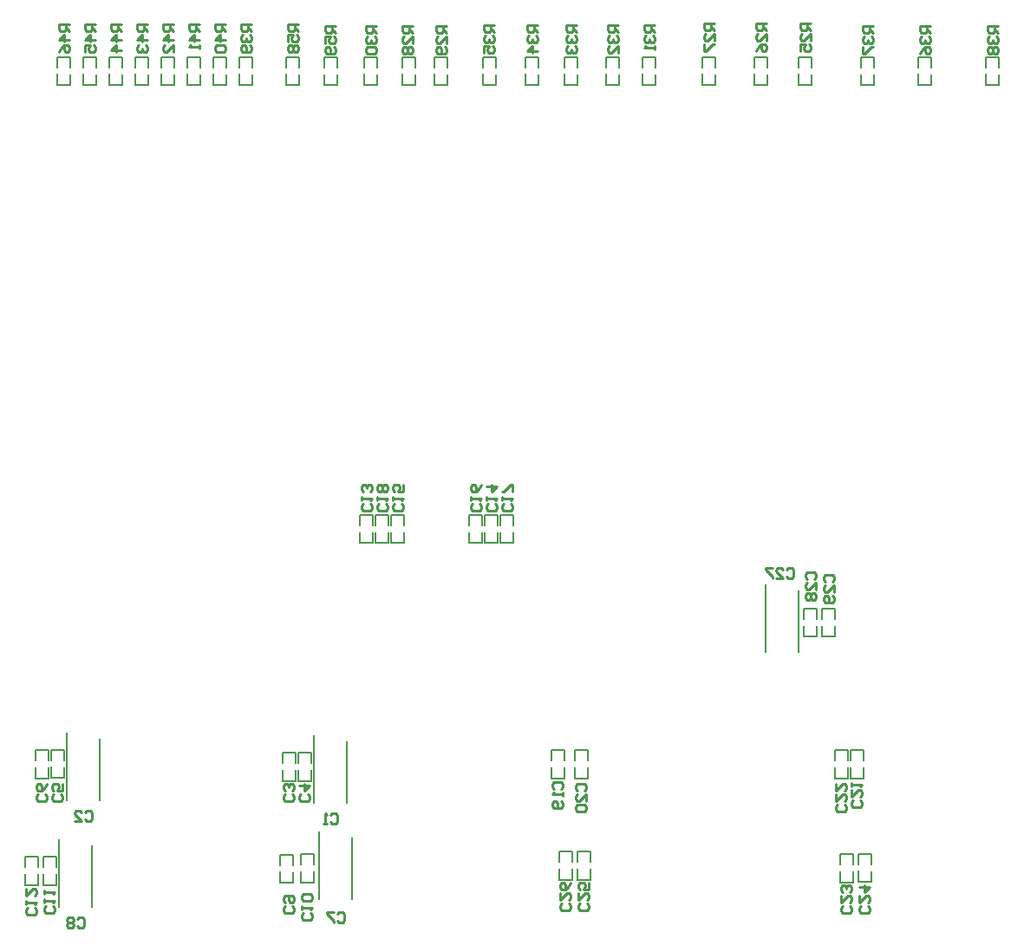
<source format=gbo>
G04*
G04 #@! TF.GenerationSoftware,Altium Limited,Altium Designer,22.3.1 (43)*
G04*
G04 Layer_Color=32896*
%FSLAX25Y25*%
%MOIN*%
G70*
G04*
G04 #@! TF.SameCoordinates,D44AF7EC-015F-415D-BC9C-BA0083E1B9C0*
G04*
G04*
G04 #@! TF.FilePolarity,Positive*
G04*
G01*
G75*
%ADD11C,0.01000*%
%ADD12C,0.00787*%
%ADD13C,0.00500*%
D11*
X179499Y357332D02*
X175501D01*
Y355332D01*
X176167Y354666D01*
X177500D01*
X178166Y355332D01*
Y357332D01*
Y355999D02*
X179499Y354666D01*
X175501Y350667D02*
Y353333D01*
X177500D01*
X176833Y352000D01*
Y351334D01*
X177500Y350667D01*
X178833D01*
X179499Y351334D01*
Y352666D01*
X178833Y353333D01*
Y349334D02*
X179499Y348668D01*
Y347335D01*
X178833Y346668D01*
X176167D01*
X175501Y347335D01*
Y348668D01*
X176167Y349334D01*
X176833D01*
X177500Y348668D01*
Y346668D01*
X164999Y357832D02*
X161001D01*
Y355832D01*
X161667Y355166D01*
X163000D01*
X163666Y355832D01*
Y357832D01*
Y356499D02*
X164999Y355166D01*
X161001Y351167D02*
Y353833D01*
X163000D01*
X162334Y352500D01*
Y351834D01*
X163000Y351167D01*
X164333D01*
X164999Y351834D01*
Y353166D01*
X164333Y353833D01*
X161667Y349834D02*
X161001Y349168D01*
Y347835D01*
X161667Y347168D01*
X162334D01*
X163000Y347835D01*
X163666Y347168D01*
X164333D01*
X164999Y347835D01*
Y349168D01*
X164333Y349834D01*
X163666D01*
X163000Y349168D01*
X162334Y349834D01*
X161667D01*
X163000Y349168D02*
Y347835D01*
X76999Y357832D02*
X73001D01*
Y355832D01*
X73667Y355166D01*
X75000D01*
X75666Y355832D01*
Y357832D01*
Y356499D02*
X76999Y355166D01*
Y351834D02*
X73001D01*
X75000Y353833D01*
Y351167D01*
X73001Y347168D02*
X73667Y348501D01*
X75000Y349834D01*
X76333D01*
X76999Y349168D01*
Y347835D01*
X76333Y347168D01*
X75666D01*
X75000Y347835D01*
Y349834D01*
X86999Y357832D02*
X83001D01*
Y355832D01*
X83667Y355166D01*
X85000D01*
X85666Y355832D01*
Y357832D01*
Y356499D02*
X86999Y355166D01*
Y351834D02*
X83001D01*
X85000Y353833D01*
Y351167D01*
X83001Y347168D02*
Y349834D01*
X85000D01*
X84333Y348501D01*
Y347835D01*
X85000Y347168D01*
X86333D01*
X86999Y347835D01*
Y349168D01*
X86333Y349834D01*
X96999Y357832D02*
X93001D01*
Y355832D01*
X93667Y355166D01*
X95000D01*
X95666Y355832D01*
Y357832D01*
Y356499D02*
X96999Y355166D01*
Y351834D02*
X93001D01*
X95000Y353833D01*
Y351167D01*
X96999Y347835D02*
X93001D01*
X95000Y349834D01*
Y347168D01*
X106999Y357832D02*
X103001D01*
Y355832D01*
X103667Y355166D01*
X105000D01*
X105666Y355832D01*
Y357832D01*
Y356499D02*
X106999Y355166D01*
Y351834D02*
X103001D01*
X105000Y353833D01*
Y351167D01*
X103667Y349834D02*
X103001Y349168D01*
Y347835D01*
X103667Y347168D01*
X104333D01*
X105000Y347835D01*
Y348501D01*
Y347835D01*
X105666Y347168D01*
X106333D01*
X106999Y347835D01*
Y349168D01*
X106333Y349834D01*
X116999Y357832D02*
X113001D01*
Y355832D01*
X113667Y355166D01*
X115000D01*
X115666Y355832D01*
Y357832D01*
Y356499D02*
X116999Y355166D01*
Y351834D02*
X113001D01*
X115000Y353833D01*
Y351167D01*
X116999Y347168D02*
Y349834D01*
X114333Y347168D01*
X113667D01*
X113001Y347835D01*
Y349168D01*
X113667Y349834D01*
X126999Y357832D02*
X123001D01*
Y355832D01*
X123667Y355166D01*
X125000D01*
X125666Y355832D01*
Y357832D01*
Y356499D02*
X126999Y355166D01*
Y351834D02*
X123001D01*
X125000Y353833D01*
Y351167D01*
X126999Y349834D02*
Y348501D01*
Y349168D01*
X123001D01*
X123667Y349834D01*
X136999Y357832D02*
X133001D01*
Y355832D01*
X133667Y355166D01*
X135000D01*
X135666Y355832D01*
Y357832D01*
Y356499D02*
X136999Y355166D01*
Y351834D02*
X133001D01*
X135000Y353833D01*
Y351167D01*
X133667Y349834D02*
X133001Y349168D01*
Y347835D01*
X133667Y347168D01*
X136333D01*
X136999Y347835D01*
Y349168D01*
X136333Y349834D01*
X133667D01*
X146999Y357832D02*
X143001D01*
Y355832D01*
X143667Y355166D01*
X145000D01*
X145666Y355832D01*
Y357832D01*
Y356499D02*
X146999Y355166D01*
X143667Y353833D02*
X143001Y353167D01*
Y351834D01*
X143667Y351167D01*
X144334D01*
X145000Y351834D01*
Y352500D01*
Y351834D01*
X145666Y351167D01*
X146333D01*
X146999Y351834D01*
Y353167D01*
X146333Y353833D01*
Y349834D02*
X146999Y349168D01*
Y347835D01*
X146333Y347168D01*
X143667D01*
X143001Y347835D01*
Y349168D01*
X143667Y349834D01*
X144334D01*
X145000Y349168D01*
Y347168D01*
X433999Y357332D02*
X430001D01*
Y355332D01*
X430667Y354666D01*
X432000D01*
X432666Y355332D01*
Y357332D01*
Y355999D02*
X433999Y354666D01*
X430667Y353333D02*
X430001Y352666D01*
Y351334D01*
X430667Y350667D01*
X431333D01*
X432000Y351334D01*
Y352000D01*
Y351334D01*
X432666Y350667D01*
X433333D01*
X433999Y351334D01*
Y352666D01*
X433333Y353333D01*
X430667Y349334D02*
X430001Y348668D01*
Y347335D01*
X430667Y346668D01*
X431333D01*
X432000Y347335D01*
X432666Y346668D01*
X433333D01*
X433999Y347335D01*
Y348668D01*
X433333Y349334D01*
X432666D01*
X432000Y348668D01*
X431333Y349334D01*
X430667D01*
X432000Y348668D02*
Y347335D01*
X385999Y357332D02*
X382001D01*
Y355332D01*
X382667Y354666D01*
X384000D01*
X384666Y355332D01*
Y357332D01*
Y355999D02*
X385999Y354666D01*
X382667Y353333D02*
X382001Y352666D01*
Y351334D01*
X382667Y350667D01*
X383334D01*
X384000Y351334D01*
Y352000D01*
Y351334D01*
X384666Y350667D01*
X385333D01*
X385999Y351334D01*
Y352666D01*
X385333Y353333D01*
X382001Y349334D02*
Y346668D01*
X382667D01*
X385333Y349334D01*
X385999D01*
X407999Y357332D02*
X404001D01*
Y355332D01*
X404667Y354666D01*
X406000D01*
X406666Y355332D01*
Y357332D01*
Y355999D02*
X407999Y354666D01*
X404667Y353333D02*
X404001Y352666D01*
Y351334D01*
X404667Y350667D01*
X405334D01*
X406000Y351334D01*
Y352000D01*
Y351334D01*
X406666Y350667D01*
X407333D01*
X407999Y351334D01*
Y352666D01*
X407333Y353333D01*
X404001Y346668D02*
X404667Y348001D01*
X406000Y349334D01*
X407333D01*
X407999Y348668D01*
Y347335D01*
X407333Y346668D01*
X406666D01*
X406000Y347335D01*
Y349334D01*
X240499Y357516D02*
X236501D01*
Y355516D01*
X237167Y354850D01*
X238500D01*
X239166Y355516D01*
Y357516D01*
Y356183D02*
X240499Y354850D01*
X237167Y353517D02*
X236501Y352850D01*
Y351518D01*
X237167Y350851D01*
X237833D01*
X238500Y351518D01*
Y352184D01*
Y351518D01*
X239166Y350851D01*
X239833D01*
X240499Y351518D01*
Y352850D01*
X239833Y353517D01*
X236501Y346852D02*
Y349518D01*
X238500D01*
X237833Y348185D01*
Y347519D01*
X238500Y346852D01*
X239833D01*
X240499Y347519D01*
Y348852D01*
X239833Y349518D01*
X256999Y357516D02*
X253001D01*
Y355516D01*
X253667Y354850D01*
X255000D01*
X255666Y355516D01*
Y357516D01*
Y356183D02*
X256999Y354850D01*
X253667Y353517D02*
X253001Y352850D01*
Y351518D01*
X253667Y350851D01*
X254333D01*
X255000Y351518D01*
Y352184D01*
Y351518D01*
X255666Y350851D01*
X256333D01*
X256999Y351518D01*
Y352850D01*
X256333Y353517D01*
X256999Y347519D02*
X253001D01*
X255000Y349518D01*
Y346852D01*
X271999Y357516D02*
X268001D01*
Y355516D01*
X268667Y354850D01*
X270000D01*
X270666Y355516D01*
Y357516D01*
Y356183D02*
X271999Y354850D01*
X268667Y353517D02*
X268001Y352850D01*
Y351518D01*
X268667Y350851D01*
X269334D01*
X270000Y351518D01*
Y352184D01*
Y351518D01*
X270666Y350851D01*
X271333D01*
X271999Y351518D01*
Y352850D01*
X271333Y353517D01*
X268667Y349518D02*
X268001Y348852D01*
Y347519D01*
X268667Y346852D01*
X269334D01*
X270000Y347519D01*
Y348185D01*
Y347519D01*
X270666Y346852D01*
X271333D01*
X271999Y347519D01*
Y348852D01*
X271333Y349518D01*
X287999Y357516D02*
X284001D01*
Y355516D01*
X284667Y354850D01*
X286000D01*
X286666Y355516D01*
Y357516D01*
Y356183D02*
X287999Y354850D01*
X284667Y353517D02*
X284001Y352850D01*
Y351518D01*
X284667Y350851D01*
X285333D01*
X286000Y351518D01*
Y352184D01*
Y351518D01*
X286666Y350851D01*
X287333D01*
X287999Y351518D01*
Y352850D01*
X287333Y353517D01*
X287999Y346852D02*
Y349518D01*
X285333Y346852D01*
X284667D01*
X284001Y347519D01*
Y348852D01*
X284667Y349518D01*
X301999Y357516D02*
X298001D01*
Y355516D01*
X298667Y354850D01*
X300000D01*
X300666Y355516D01*
Y357516D01*
Y356183D02*
X301999Y354850D01*
X298667Y353517D02*
X298001Y352850D01*
Y351518D01*
X298667Y350851D01*
X299334D01*
X300000Y351518D01*
Y352184D01*
Y351518D01*
X300666Y350851D01*
X301333D01*
X301999Y351518D01*
Y352850D01*
X301333Y353517D01*
X301999Y349518D02*
Y348185D01*
Y348852D01*
X298001D01*
X298667Y349518D01*
X194999Y357332D02*
X191001D01*
Y355332D01*
X191667Y354666D01*
X193000D01*
X193666Y355332D01*
Y357332D01*
Y355999D02*
X194999Y354666D01*
X191667Y353333D02*
X191001Y352666D01*
Y351334D01*
X191667Y350667D01*
X192333D01*
X193000Y351334D01*
Y352000D01*
Y351334D01*
X193666Y350667D01*
X194333D01*
X194999Y351334D01*
Y352666D01*
X194333Y353333D01*
X191667Y349334D02*
X191001Y348668D01*
Y347335D01*
X191667Y346668D01*
X194333D01*
X194999Y347335D01*
Y348668D01*
X194333Y349334D01*
X191667D01*
X221999Y357332D02*
X218001D01*
Y355332D01*
X218667Y354666D01*
X220000D01*
X220666Y355332D01*
Y357332D01*
Y355999D02*
X221999Y354666D01*
Y350667D02*
Y353333D01*
X219334Y350667D01*
X218667D01*
X218001Y351334D01*
Y352666D01*
X218667Y353333D01*
X221333Y349334D02*
X221999Y348668D01*
Y347335D01*
X221333Y346668D01*
X218667D01*
X218001Y347335D01*
Y348668D01*
X218667Y349334D01*
X219334D01*
X220000Y348668D01*
Y346668D01*
X208999Y357332D02*
X205001D01*
Y355332D01*
X205667Y354666D01*
X207000D01*
X207666Y355332D01*
Y357332D01*
Y355999D02*
X208999Y354666D01*
Y350667D02*
Y353333D01*
X206333Y350667D01*
X205667D01*
X205001Y351334D01*
Y352666D01*
X205667Y353333D01*
Y349334D02*
X205001Y348668D01*
Y347335D01*
X205667Y346668D01*
X206333D01*
X207000Y347335D01*
X207666Y346668D01*
X208333D01*
X208999Y347335D01*
Y348668D01*
X208333Y349334D01*
X207666D01*
X207000Y348668D01*
X206333Y349334D01*
X205667D01*
X207000Y348668D02*
Y347335D01*
X324999Y358182D02*
X321001D01*
Y356183D01*
X321667Y355516D01*
X323000D01*
X323666Y356183D01*
Y358182D01*
Y356849D02*
X324999Y355516D01*
Y351518D02*
Y354183D01*
X322334Y351518D01*
X321667D01*
X321001Y352184D01*
Y353517D01*
X321667Y354183D01*
X321001Y350185D02*
Y347519D01*
X321667D01*
X324333Y350185D01*
X324999D01*
X344999Y358182D02*
X341001D01*
Y356183D01*
X341667Y355516D01*
X343000D01*
X343666Y356183D01*
Y358182D01*
Y356849D02*
X344999Y355516D01*
Y351518D02*
Y354183D01*
X342334Y351518D01*
X341667D01*
X341001Y352184D01*
Y353517D01*
X341667Y354183D01*
X341001Y347519D02*
X341667Y348852D01*
X343000Y350185D01*
X344333D01*
X344999Y349518D01*
Y348185D01*
X344333Y347519D01*
X343666D01*
X343000Y348185D01*
Y350185D01*
X361999Y358182D02*
X358001D01*
Y356183D01*
X358667Y355516D01*
X360000D01*
X360666Y356183D01*
Y358182D01*
Y356849D02*
X361999Y355516D01*
Y351518D02*
Y354183D01*
X359333Y351518D01*
X358667D01*
X358001Y352184D01*
Y353517D01*
X358667Y354183D01*
X358001Y347519D02*
Y350185D01*
X360000D01*
X359333Y348852D01*
Y348185D01*
X360000Y347519D01*
X361333D01*
X361999Y348185D01*
Y349518D01*
X361333Y350185D01*
X367667Y143516D02*
X367001Y144183D01*
Y145516D01*
X367667Y146182D01*
X370333D01*
X370999Y145516D01*
Y144183D01*
X370333Y143516D01*
X370999Y139517D02*
Y142183D01*
X368334Y139517D01*
X367667D01*
X367001Y140184D01*
Y141517D01*
X367667Y142183D01*
X370333Y138185D02*
X370999Y137518D01*
Y136185D01*
X370333Y135519D01*
X367667D01*
X367001Y136185D01*
Y137518D01*
X367667Y138185D01*
X368334D01*
X369000Y137518D01*
Y135519D01*
X360667Y144516D02*
X360001Y145183D01*
Y146516D01*
X360667Y147182D01*
X363333D01*
X363999Y146516D01*
Y145183D01*
X363333Y144516D01*
X363999Y140517D02*
Y143183D01*
X361334Y140517D01*
X360667D01*
X360001Y141184D01*
Y142517D01*
X360667Y143183D01*
Y139185D02*
X360001Y138518D01*
Y137185D01*
X360667Y136519D01*
X361334D01*
X362000Y137185D01*
X362666Y136519D01*
X363333D01*
X363999Y137185D01*
Y138518D01*
X363333Y139185D01*
X362666D01*
X362000Y138518D01*
X361334Y139185D01*
X360667D01*
X362000Y138518D02*
Y137185D01*
X352666Y148183D02*
X353332Y148850D01*
X354665D01*
X355332Y148183D01*
Y145518D01*
X354665Y144851D01*
X353332D01*
X352666Y145518D01*
X348667Y144851D02*
X351333D01*
X348667Y147517D01*
Y148183D01*
X349334Y148850D01*
X350666D01*
X351333Y148183D01*
X347334Y148850D02*
X344668D01*
Y148183D01*
X347334Y145518D01*
Y144851D01*
X269183Y19834D02*
X269850Y19168D01*
Y17835D01*
X269183Y17168D01*
X266517D01*
X265851Y17835D01*
Y19168D01*
X266517Y19834D01*
X265851Y23833D02*
Y21167D01*
X268517Y23833D01*
X269183D01*
X269850Y23166D01*
Y21834D01*
X269183Y21167D01*
X269850Y27832D02*
X269183Y26499D01*
X267850Y25166D01*
X266517D01*
X265851Y25832D01*
Y27165D01*
X266517Y27832D01*
X267184D01*
X267850Y27165D01*
Y25166D01*
X276183Y19834D02*
X276850Y19168D01*
Y17835D01*
X276183Y17168D01*
X273517D01*
X272851Y17835D01*
Y19168D01*
X273517Y19834D01*
X272851Y23833D02*
Y21167D01*
X275517Y23833D01*
X276183D01*
X276850Y23166D01*
Y21834D01*
X276183Y21167D01*
X276850Y27832D02*
Y25166D01*
X274850D01*
X275517Y26499D01*
Y27165D01*
X274850Y27832D01*
X273517D01*
X272851Y27165D01*
Y25832D01*
X273517Y25166D01*
X384183Y18834D02*
X384850Y18168D01*
Y16835D01*
X384183Y16168D01*
X381518D01*
X380851Y16835D01*
Y18168D01*
X381518Y18834D01*
X380851Y22833D02*
Y20167D01*
X383517Y22833D01*
X384183D01*
X384850Y22166D01*
Y20833D01*
X384183Y20167D01*
X380851Y26165D02*
X384850D01*
X382850Y24166D01*
Y26832D01*
X377183Y18834D02*
X377850Y18168D01*
Y16835D01*
X377183Y16168D01*
X374517D01*
X373851Y16835D01*
Y18168D01*
X374517Y18834D01*
X373851Y22833D02*
Y20167D01*
X376517Y22833D01*
X377183D01*
X377850Y22166D01*
Y20833D01*
X377183Y20167D01*
Y24166D02*
X377850Y24832D01*
Y26165D01*
X377183Y26832D01*
X376517D01*
X375850Y26165D01*
Y25499D01*
Y26165D01*
X375184Y26832D01*
X374517D01*
X373851Y26165D01*
Y24832D01*
X374517Y24166D01*
X375183Y57834D02*
X375850Y57168D01*
Y55835D01*
X375183Y55168D01*
X372517D01*
X371851Y55835D01*
Y57168D01*
X372517Y57834D01*
X371851Y61833D02*
Y59167D01*
X374517Y61833D01*
X375183D01*
X375850Y61166D01*
Y59834D01*
X375183Y59167D01*
X371851Y65832D02*
Y63166D01*
X374517Y65832D01*
X375183D01*
X375850Y65165D01*
Y63832D01*
X375183Y63166D01*
X381183Y59501D02*
X381850Y58834D01*
Y57501D01*
X381183Y56835D01*
X378518D01*
X377851Y57501D01*
Y58834D01*
X378518Y59501D01*
X377851Y63499D02*
Y60834D01*
X380517Y63499D01*
X381183D01*
X381850Y62833D01*
Y61500D01*
X381183Y60834D01*
X377851Y64832D02*
Y66165D01*
Y65499D01*
X381850D01*
X381183Y64832D01*
X272517Y63166D02*
X271851Y63832D01*
Y65165D01*
X272517Y65832D01*
X275183D01*
X275850Y65165D01*
Y63832D01*
X275183Y63166D01*
X275850Y59167D02*
Y61833D01*
X273184Y59167D01*
X272517D01*
X271851Y59834D01*
Y61167D01*
X272517Y61833D01*
Y57834D02*
X271851Y57168D01*
Y55835D01*
X272517Y55168D01*
X275183D01*
X275850Y55835D01*
Y57168D01*
X275183Y57834D01*
X272517D01*
X263517Y63833D02*
X262851Y64499D01*
Y65832D01*
X263517Y66498D01*
X266183D01*
X266850Y65832D01*
Y64499D01*
X266183Y63833D01*
X266850Y62500D02*
Y61167D01*
Y61833D01*
X262851D01*
X263517Y62500D01*
X266183Y59167D02*
X266850Y58501D01*
Y57168D01*
X266183Y56502D01*
X263517D01*
X262851Y57168D01*
Y58501D01*
X263517Y59167D01*
X264184D01*
X264850Y58501D01*
Y56502D01*
X198664Y173667D02*
X199331Y173001D01*
Y171668D01*
X198664Y171002D01*
X195999D01*
X195332Y171668D01*
Y173001D01*
X195999Y173667D01*
X195332Y175000D02*
Y176333D01*
Y175667D01*
X199331D01*
X198664Y175000D01*
Y178333D02*
X199331Y178999D01*
Y180332D01*
X198664Y180998D01*
X197998D01*
X197332Y180332D01*
X196665Y180998D01*
X195999D01*
X195332Y180332D01*
Y178999D01*
X195999Y178333D01*
X196665D01*
X197332Y178999D01*
X197998Y178333D01*
X198664D01*
X197332Y178999D02*
Y180332D01*
X246665Y173667D02*
X247331Y173001D01*
Y171668D01*
X246665Y171002D01*
X243999D01*
X243332Y171668D01*
Y173001D01*
X243999Y173667D01*
X243332Y175000D02*
Y176333D01*
Y175667D01*
X247331D01*
X246665Y175000D01*
X247331Y178333D02*
Y180998D01*
X246665D01*
X243999Y178333D01*
X243332D01*
X234665Y173667D02*
X235331Y173001D01*
Y171668D01*
X234665Y171002D01*
X231999D01*
X231332Y171668D01*
Y173001D01*
X231999Y173667D01*
X231332Y175000D02*
Y176333D01*
Y175667D01*
X235331D01*
X234665Y175000D01*
X235331Y180998D02*
X234665Y179666D01*
X233332Y178333D01*
X231999D01*
X231332Y178999D01*
Y180332D01*
X231999Y180998D01*
X232665D01*
X233332Y180332D01*
Y178333D01*
X204664Y173667D02*
X205331Y173001D01*
Y171668D01*
X204664Y171002D01*
X201999D01*
X201332Y171668D01*
Y173001D01*
X201999Y173667D01*
X201332Y175000D02*
Y176333D01*
Y175667D01*
X205331D01*
X204664Y175000D01*
X205331Y180998D02*
Y178333D01*
X203332D01*
X203998Y179666D01*
Y180332D01*
X203332Y180998D01*
X201999D01*
X201332Y180332D01*
Y178999D01*
X201999Y178333D01*
X240665Y173667D02*
X241331Y173001D01*
Y171668D01*
X240665Y171002D01*
X237999D01*
X237332Y171668D01*
Y173001D01*
X237999Y173667D01*
X237332Y175000D02*
Y176333D01*
Y175667D01*
X241331D01*
X240665Y175000D01*
X237332Y180332D02*
X241331D01*
X239332Y178333D01*
Y180998D01*
X192665Y173667D02*
X193331Y173001D01*
Y171668D01*
X192665Y171002D01*
X189999D01*
X189332Y171668D01*
Y173001D01*
X189999Y173667D01*
X189332Y175000D02*
Y176333D01*
Y175667D01*
X193331D01*
X192665Y175000D01*
Y178333D02*
X193331Y178999D01*
Y180332D01*
X192665Y180998D01*
X191998D01*
X191332Y180332D01*
Y179666D01*
Y180332D01*
X190665Y180998D01*
X189999D01*
X189332Y180332D01*
Y178999D01*
X189999Y178333D01*
X63833Y18167D02*
X64499Y17501D01*
Y16168D01*
X63833Y15502D01*
X61167D01*
X60501Y16168D01*
Y17501D01*
X61167Y18167D01*
X60501Y19500D02*
Y20833D01*
Y20167D01*
X64499D01*
X63833Y19500D01*
X60501Y25498D02*
Y22833D01*
X63166Y25498D01*
X63833D01*
X64499Y24832D01*
Y23499D01*
X63833Y22833D01*
X70833Y18834D02*
X71499Y18167D01*
Y16835D01*
X70833Y16168D01*
X68167D01*
X67501Y16835D01*
Y18167D01*
X68167Y18834D01*
X67501Y20167D02*
Y21500D01*
Y20833D01*
X71499D01*
X70833Y20167D01*
X67501Y23499D02*
Y24832D01*
Y24166D01*
X71499D01*
X70833Y23499D01*
X169833Y16167D02*
X170499Y15501D01*
Y14168D01*
X169833Y13502D01*
X167167D01*
X166501Y14168D01*
Y15501D01*
X167167Y16167D01*
X166501Y17500D02*
Y18833D01*
Y18167D01*
X170499D01*
X169833Y17500D01*
Y20833D02*
X170499Y21499D01*
Y22832D01*
X169833Y23498D01*
X167167D01*
X166501Y22832D01*
Y21499D01*
X167167Y20833D01*
X169833D01*
X162833Y18834D02*
X163499Y18167D01*
Y16834D01*
X162833Y16168D01*
X160167D01*
X159501Y16834D01*
Y18167D01*
X160167Y18834D01*
Y20166D02*
X159501Y20833D01*
Y22166D01*
X160167Y22832D01*
X162833D01*
X163499Y22166D01*
Y20833D01*
X162833Y20166D01*
X162167D01*
X161500Y20833D01*
Y22832D01*
X80166Y13833D02*
X80833Y14499D01*
X82166D01*
X82832Y13833D01*
Y11167D01*
X82166Y10501D01*
X80833D01*
X80166Y11167D01*
X78834Y13833D02*
X78167Y14499D01*
X76834D01*
X76168Y13833D01*
Y13167D01*
X76834Y12500D01*
X76168Y11834D01*
Y11167D01*
X76834Y10501D01*
X78167D01*
X78834Y11167D01*
Y11834D01*
X78167Y12500D01*
X78834Y13167D01*
Y13833D01*
X78167Y12500D02*
X76834D01*
X180166Y15833D02*
X180833Y16499D01*
X182166D01*
X182832Y15833D01*
Y13167D01*
X182166Y12501D01*
X180833D01*
X180166Y13167D01*
X178833Y16499D02*
X176168D01*
Y15833D01*
X178833Y13167D01*
Y12501D01*
X67833Y61834D02*
X68499Y61167D01*
Y59834D01*
X67833Y59168D01*
X65167D01*
X64501Y59834D01*
Y61167D01*
X65167Y61834D01*
X68499Y65832D02*
X67833Y64499D01*
X66500Y63166D01*
X65167D01*
X64501Y63833D01*
Y65166D01*
X65167Y65832D01*
X65834D01*
X66500Y65166D01*
Y63166D01*
X73833Y61834D02*
X74499Y61167D01*
Y59834D01*
X73833Y59168D01*
X71167D01*
X70501Y59834D01*
Y61167D01*
X71167Y61834D01*
X74499Y65832D02*
Y63166D01*
X72500D01*
X73166Y64499D01*
Y65166D01*
X72500Y65832D01*
X71167D01*
X70501Y65166D01*
Y63833D01*
X71167Y63166D01*
X168833Y61834D02*
X169499Y61167D01*
Y59834D01*
X168833Y59168D01*
X166167D01*
X165501Y59834D01*
Y61167D01*
X166167Y61834D01*
X165501Y65166D02*
X169499D01*
X167500Y63166D01*
Y65832D01*
X162833Y61834D02*
X163499Y61167D01*
Y59834D01*
X162833Y59168D01*
X160167D01*
X159501Y59834D01*
Y61167D01*
X160167Y61834D01*
X162833Y63166D02*
X163499Y63833D01*
Y65166D01*
X162833Y65832D01*
X162167D01*
X161500Y65166D01*
Y64499D01*
Y65166D01*
X160834Y65832D01*
X160167D01*
X159501Y65166D01*
Y63833D01*
X160167Y63166D01*
X83166Y54833D02*
X83833Y55499D01*
X85166D01*
X85832Y54833D01*
Y52167D01*
X85166Y51501D01*
X83833D01*
X83166Y52167D01*
X79168Y51501D02*
X81833D01*
X79168Y54166D01*
Y54833D01*
X79834Y55499D01*
X81167D01*
X81833Y54833D01*
X177500Y53833D02*
X178166Y54499D01*
X179499D01*
X180166Y53833D01*
Y51167D01*
X179499Y50501D01*
X178166D01*
X177500Y51167D01*
X176167Y50501D02*
X174834D01*
X175501D01*
Y54499D01*
X176167Y53833D01*
D12*
X173201Y21689D02*
Y47772D01*
X185799Y21689D02*
Y45311D01*
X171201Y58689D02*
Y84772D01*
X183799Y58689D02*
Y82311D01*
X73201Y18689D02*
Y44772D01*
X85799Y18689D02*
Y42311D01*
X76201Y59689D02*
Y85772D01*
X88799Y59689D02*
Y83311D01*
X357299Y116685D02*
Y140307D01*
X344701Y116685D02*
Y142768D01*
D13*
X434500Y341300D02*
Y345400D01*
X429500D02*
X434500D01*
X429500Y341300D02*
Y345400D01*
Y334600D02*
Y338800D01*
Y334600D02*
X434500D01*
Y338700D01*
X408500Y334600D02*
Y338700D01*
X403500Y334600D02*
X408500D01*
X403500D02*
Y338800D01*
Y341300D02*
Y345400D01*
X408500D01*
Y341300D02*
Y345400D01*
X381500Y341300D02*
Y345400D01*
X386500D01*
Y341200D02*
Y345400D01*
Y334600D02*
Y338700D01*
X381500Y334600D02*
X386500D01*
X381500D02*
Y338700D01*
X362500Y334600D02*
Y338700D01*
X357500Y334600D02*
X362500D01*
X357500D02*
Y338800D01*
Y341300D02*
Y345400D01*
X362500D01*
Y341300D02*
Y345400D01*
X345500Y334600D02*
Y338700D01*
X340500Y334600D02*
X345500D01*
X340500D02*
Y338800D01*
Y341300D02*
Y345400D01*
X345500D01*
Y341300D02*
Y345400D01*
X325500Y334600D02*
Y338700D01*
X320500Y334600D02*
X325500D01*
X320500D02*
Y338800D01*
Y341300D02*
Y345400D01*
X325500D01*
Y341300D02*
Y345400D01*
X302500Y341300D02*
Y345400D01*
X297500D02*
X302500D01*
X297500Y341300D02*
Y345400D01*
Y334600D02*
Y338800D01*
Y334600D02*
X302500D01*
Y338700D01*
X288500Y341300D02*
Y345400D01*
X283500D02*
X288500D01*
X283500Y341300D02*
Y345400D01*
Y334600D02*
Y338800D01*
Y334600D02*
X288500D01*
Y338700D01*
X272500Y334600D02*
Y338700D01*
X267500Y334600D02*
X272500D01*
X267500D02*
Y338800D01*
Y341300D02*
Y345400D01*
X272500D01*
Y341300D02*
Y345400D01*
X257500Y341300D02*
Y345400D01*
X252500D02*
X257500D01*
X252500Y341300D02*
Y345400D01*
Y334600D02*
Y338800D01*
Y334600D02*
X257500D01*
Y338700D01*
X241000Y341300D02*
Y345400D01*
X236000D02*
X241000D01*
X236000Y341300D02*
Y345400D01*
Y334600D02*
Y338800D01*
Y334600D02*
X241000D01*
Y338700D01*
X222500Y341300D02*
Y345400D01*
X217500D02*
X222500D01*
X217500Y341300D02*
Y345400D01*
Y334600D02*
Y338800D01*
Y334600D02*
X222500D01*
Y338700D01*
X210000Y341300D02*
Y345400D01*
X205000D02*
X210000D01*
X205000Y341300D02*
Y345400D01*
Y334600D02*
Y338800D01*
Y334600D02*
X210000D01*
Y338700D01*
X195500Y341300D02*
Y345400D01*
X190500D02*
X195500D01*
X190500Y341300D02*
Y345400D01*
Y334600D02*
Y338800D01*
Y334600D02*
X195500D01*
Y338700D01*
X165500Y341300D02*
Y345400D01*
X160500D02*
X165500D01*
X160500Y341300D02*
Y345400D01*
Y334600D02*
Y338800D01*
Y334600D02*
X165500D01*
Y338700D01*
X175000Y341300D02*
Y345400D01*
X180000D01*
Y341200D02*
Y345400D01*
Y334600D02*
Y338700D01*
X175000Y334600D02*
X180000D01*
X175000D02*
Y338700D01*
X147500Y341300D02*
Y345400D01*
X142500D02*
X147500D01*
X142500Y341300D02*
Y345400D01*
Y334600D02*
Y338800D01*
Y334600D02*
X147500D01*
Y338700D01*
X137500Y341300D02*
Y345400D01*
X132500D02*
X137500D01*
X132500Y341300D02*
Y345400D01*
Y334600D02*
Y338800D01*
Y334600D02*
X137500D01*
Y338700D01*
X127500Y341300D02*
Y345400D01*
X122500D02*
X127500D01*
X122500Y341300D02*
Y345400D01*
Y334600D02*
Y338800D01*
Y334600D02*
X127500D01*
Y338700D01*
X117500Y341300D02*
Y345400D01*
X112500D02*
X117500D01*
X112500Y341300D02*
Y345400D01*
Y334600D02*
Y338800D01*
Y334600D02*
X117500D01*
Y338700D01*
X97500Y341300D02*
Y345400D01*
X92500D02*
X97500D01*
X92500Y341300D02*
Y345400D01*
Y334600D02*
Y338800D01*
Y334600D02*
X97500D01*
Y338700D01*
X107500Y341300D02*
Y345400D01*
X102500D02*
X107500D01*
X102500Y341300D02*
Y345400D01*
Y334600D02*
Y338800D01*
Y334600D02*
X107500D01*
Y338700D01*
X87500Y341300D02*
Y345400D01*
X82500D02*
X87500D01*
X82500Y341300D02*
Y345400D01*
Y334600D02*
Y338800D01*
Y334600D02*
X87500D01*
Y338700D01*
X77500Y341300D02*
Y345400D01*
X72500D02*
X77500D01*
X72500Y341300D02*
Y345400D01*
Y334600D02*
Y338800D01*
Y334600D02*
X77500D01*
Y338700D01*
X267350Y74800D02*
Y78900D01*
X262350D02*
X267350D01*
X262350Y74800D02*
Y78900D01*
Y68100D02*
Y72300D01*
Y68100D02*
X267350D01*
Y72200D01*
X276350Y74800D02*
Y78900D01*
X271350D02*
X276350D01*
X271350Y74800D02*
Y78900D01*
Y68100D02*
Y72300D01*
Y68100D02*
X276350D01*
Y72200D01*
X270350Y35800D02*
Y39900D01*
X265350D02*
X270350D01*
X265350Y35800D02*
Y39900D01*
Y29100D02*
Y33300D01*
Y29100D02*
X270350D01*
Y33200D01*
X277350Y35800D02*
Y39900D01*
X272350D02*
X277350D01*
X272350Y35800D02*
Y39900D01*
Y29100D02*
Y33300D01*
Y29100D02*
X277350D01*
Y33200D01*
X376350Y74800D02*
Y78900D01*
X371350D02*
X376350D01*
X371350Y74800D02*
Y78900D01*
Y68100D02*
Y72300D01*
Y68100D02*
X376350D01*
Y72200D01*
X382350Y74800D02*
Y78900D01*
X377350D02*
X382350D01*
X377350Y74800D02*
Y78900D01*
Y68100D02*
Y72300D01*
Y68100D02*
X382350D01*
Y72200D01*
X385350Y34950D02*
Y39050D01*
X380350D02*
X385350D01*
X380350Y34950D02*
Y39050D01*
Y28250D02*
Y32450D01*
Y28250D02*
X385350D01*
Y32350D01*
X378350Y34800D02*
Y38900D01*
X373350D02*
X378350D01*
X373350Y34800D02*
Y38900D01*
Y28100D02*
Y32300D01*
Y28100D02*
X378350D01*
Y32200D01*
X163000Y34650D02*
Y38750D01*
X158000D02*
X163000D01*
X158000Y34650D02*
Y38750D01*
Y27950D02*
Y32150D01*
Y27950D02*
X163000D01*
Y32050D01*
X171000Y34800D02*
Y38900D01*
X166000D02*
X171000D01*
X166000Y34800D02*
Y38900D01*
Y28100D02*
Y32300D01*
Y28100D02*
X171000D01*
Y32200D01*
X164000Y73800D02*
Y77900D01*
X159000D02*
X164000D01*
X159000Y73800D02*
Y77900D01*
Y67100D02*
Y71300D01*
Y67100D02*
X164000D01*
Y71200D01*
X170000Y73800D02*
Y77900D01*
X165000D02*
X170000D01*
X165000Y73800D02*
Y77900D01*
Y67100D02*
Y71300D01*
Y67100D02*
X170000D01*
Y71200D01*
X65000Y33800D02*
Y37900D01*
X60000D02*
X65000D01*
X60000Y33800D02*
Y37900D01*
Y27100D02*
Y31300D01*
Y27100D02*
X65000D01*
Y31200D01*
X72000Y33800D02*
Y37900D01*
X67000D02*
X72000D01*
X67000Y33800D02*
Y37900D01*
Y27100D02*
Y31300D01*
Y27100D02*
X72000D01*
Y31200D01*
X75000Y74950D02*
Y79050D01*
X70000D02*
X75000D01*
X70000Y74950D02*
Y79050D01*
Y68250D02*
Y72450D01*
Y68250D02*
X75000D01*
Y72350D01*
X69000Y74800D02*
Y78900D01*
X64000D02*
X69000D01*
X64000Y74800D02*
Y78900D01*
Y68100D02*
Y72300D01*
Y68100D02*
X69000D01*
Y72200D01*
X230832Y158600D02*
Y162700D01*
Y158600D02*
X235832D01*
Y162700D01*
Y165200D02*
Y169400D01*
X230832D02*
X235832D01*
X230832Y165300D02*
Y169400D01*
X242832Y158600D02*
Y162700D01*
Y158600D02*
X247832D01*
Y162700D01*
Y165200D02*
Y169400D01*
X242832D02*
X247832D01*
X242832Y165300D02*
Y169400D01*
X200832Y158600D02*
Y162700D01*
Y158600D02*
X205832D01*
Y162700D01*
Y165200D02*
Y169400D01*
X200832D02*
X205832D01*
X200832Y165300D02*
Y169400D01*
X194832Y158600D02*
Y162700D01*
Y158600D02*
X199832D01*
Y162700D01*
Y165200D02*
Y169400D01*
X194832D02*
X199832D01*
X194832Y165300D02*
Y169400D01*
X188832Y158600D02*
Y162700D01*
Y158600D02*
X193832D01*
Y162700D01*
Y165200D02*
Y169400D01*
X188832D02*
X193832D01*
X188832Y165300D02*
Y169400D01*
X236832Y158600D02*
Y162700D01*
Y158600D02*
X241832D01*
Y162700D01*
Y165200D02*
Y169400D01*
X236832D02*
X241832D01*
X236832Y165300D02*
Y169400D01*
X364500Y122450D02*
Y126550D01*
X359500Y122450D02*
X364500D01*
X359500D02*
Y126650D01*
Y129150D02*
Y133250D01*
X364500D01*
Y129150D02*
Y133250D01*
X371500Y122450D02*
Y126550D01*
X366500Y122450D02*
X371500D01*
X366500D02*
Y126650D01*
Y129150D02*
Y133250D01*
X371500D01*
Y129150D02*
Y133250D01*
M02*

</source>
